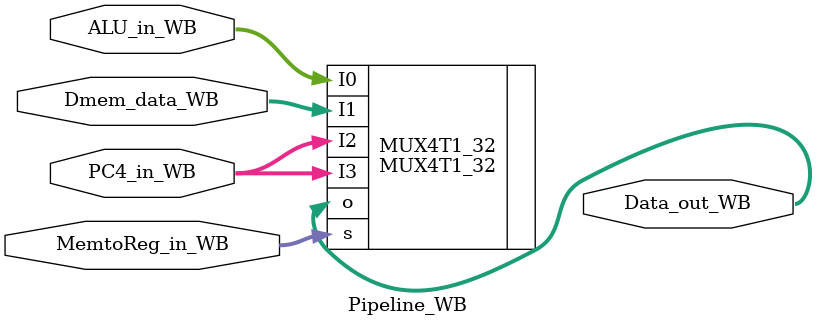
<source format=v>
`timescale 1ns / 1ps


module Pipeline_WB( 
    input[31:0]  PC4_in_WB, //PC+4输入
    input[31:0] ALU_in_WB, //ALU结果输出
    input[31:0] Dmem_data_WB, //存储器数据输入
    input[1:0] MemtoReg_in_WB, //写回选择控制
    output [31:0] Data_out_WB    //写回数据输出
);
    MUX4T1_32 MUX4T1_32(
        .s(MemtoReg_in_WB),
		.I0(ALU_in_WB),
		.I1(Dmem_data_WB),
		.I2(PC4_in_WB),
		.I3(PC4_in_WB),						
		.o(Data_out_WB)
    );
endmodule

</source>
